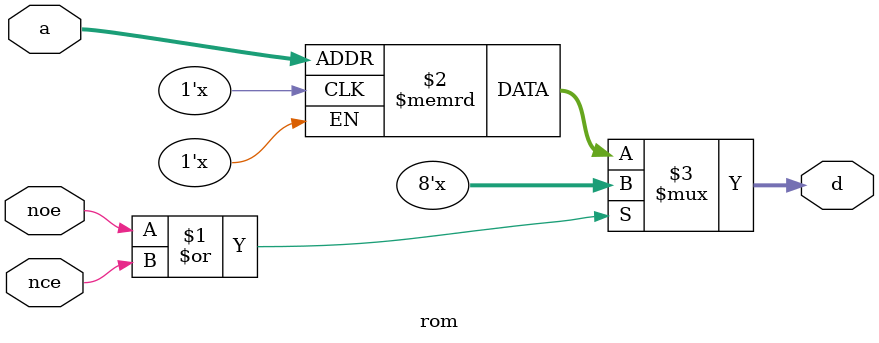
<source format=v>

`ifndef rom_v
`define rom_v

`timescale 1ns/10ps

`ifndef SENTINEL
 `define SENTINEL 8'h0f
`endif


module rom (a, d, nce, noe);
   parameter bits = 13;
   parameter access_time = 70;
   parameter bin_fname = "foo";
   
   input [bits-1:0] a;		// Address
   input 	    nce;	// CE# (active low): chip enable
   input 	    noe;	// OE# (active low): output enable

   output [7:0]     d;		// Output

   reg [7:0] 	    mem [0:(1 << bits) - 1];

   integer 	    i, j;

   initial begin
      if (bin_fname !== "foo") begin
	 $readmemb(bin_fname, mem); // Read the memory image.
      end
      // else begin
      // 	 j = 1 << bits;
      // 	 for (i = 0; i < j; i = i + 1) mem[i] = `SENTINEL;
      // end
   end

   assign #access_time d = (noe | nce) ? 8'bzzzzzzzz : mem[a];

endmodule // rom

`endif //  `ifndef rom_v

// End of file.

</source>
